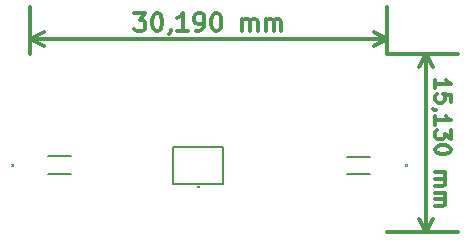
<source format=gbr>
G04 #@! TF.FileFunction,Legend,Top*
%FSLAX46Y46*%
G04 Gerber Fmt 4.6, Leading zero omitted, Abs format (unit mm)*
G04 Created by KiCad (PCBNEW 4.0.2+dfsg1-stable) date Qua 18 Mai 2016 08:03:29 BRT*
%MOMM*%
G01*
G04 APERTURE LIST*
%ADD10C,0.100000*%
%ADD11C,0.300000*%
%ADD12C,0.150000*%
%ADD13C,0.031750*%
G04 APERTURE END LIST*
D10*
D11*
X152119287Y-96568572D02*
X153047858Y-96568572D01*
X152547858Y-97140001D01*
X152762144Y-97140001D01*
X152905001Y-97211430D01*
X152976430Y-97282858D01*
X153047858Y-97425715D01*
X153047858Y-97782858D01*
X152976430Y-97925715D01*
X152905001Y-97997144D01*
X152762144Y-98068572D01*
X152333572Y-98068572D01*
X152190715Y-97997144D01*
X152119287Y-97925715D01*
X153976429Y-96568572D02*
X154119286Y-96568572D01*
X154262143Y-96640001D01*
X154333572Y-96711430D01*
X154405001Y-96854287D01*
X154476429Y-97140001D01*
X154476429Y-97497144D01*
X154405001Y-97782858D01*
X154333572Y-97925715D01*
X154262143Y-97997144D01*
X154119286Y-98068572D01*
X153976429Y-98068572D01*
X153833572Y-97997144D01*
X153762143Y-97925715D01*
X153690715Y-97782858D01*
X153619286Y-97497144D01*
X153619286Y-97140001D01*
X153690715Y-96854287D01*
X153762143Y-96711430D01*
X153833572Y-96640001D01*
X153976429Y-96568572D01*
X155190714Y-97997144D02*
X155190714Y-98068572D01*
X155119286Y-98211430D01*
X155047857Y-98282858D01*
X156619286Y-98068572D02*
X155762143Y-98068572D01*
X156190715Y-98068572D02*
X156190715Y-96568572D01*
X156047858Y-96782858D01*
X155905000Y-96925715D01*
X155762143Y-96997144D01*
X157333571Y-98068572D02*
X157619286Y-98068572D01*
X157762143Y-97997144D01*
X157833571Y-97925715D01*
X157976429Y-97711430D01*
X158047857Y-97425715D01*
X158047857Y-96854287D01*
X157976429Y-96711430D01*
X157905000Y-96640001D01*
X157762143Y-96568572D01*
X157476429Y-96568572D01*
X157333571Y-96640001D01*
X157262143Y-96711430D01*
X157190714Y-96854287D01*
X157190714Y-97211430D01*
X157262143Y-97354287D01*
X157333571Y-97425715D01*
X157476429Y-97497144D01*
X157762143Y-97497144D01*
X157905000Y-97425715D01*
X157976429Y-97354287D01*
X158047857Y-97211430D01*
X158976428Y-96568572D02*
X159119285Y-96568572D01*
X159262142Y-96640001D01*
X159333571Y-96711430D01*
X159405000Y-96854287D01*
X159476428Y-97140001D01*
X159476428Y-97497144D01*
X159405000Y-97782858D01*
X159333571Y-97925715D01*
X159262142Y-97997144D01*
X159119285Y-98068572D01*
X158976428Y-98068572D01*
X158833571Y-97997144D01*
X158762142Y-97925715D01*
X158690714Y-97782858D01*
X158619285Y-97497144D01*
X158619285Y-97140001D01*
X158690714Y-96854287D01*
X158762142Y-96711430D01*
X158833571Y-96640001D01*
X158976428Y-96568572D01*
X161262142Y-98068572D02*
X161262142Y-97068572D01*
X161262142Y-97211430D02*
X161333570Y-97140001D01*
X161476428Y-97068572D01*
X161690713Y-97068572D01*
X161833570Y-97140001D01*
X161904999Y-97282858D01*
X161904999Y-98068572D01*
X161904999Y-97282858D02*
X161976428Y-97140001D01*
X162119285Y-97068572D01*
X162333570Y-97068572D01*
X162476428Y-97140001D01*
X162547856Y-97282858D01*
X162547856Y-98068572D01*
X163262142Y-98068572D02*
X163262142Y-97068572D01*
X163262142Y-97211430D02*
X163333570Y-97140001D01*
X163476428Y-97068572D01*
X163690713Y-97068572D01*
X163833570Y-97140001D01*
X163904999Y-97282858D01*
X163904999Y-98068572D01*
X163904999Y-97282858D02*
X163976428Y-97140001D01*
X164119285Y-97068572D01*
X164333570Y-97068572D01*
X164476428Y-97140001D01*
X164547856Y-97282858D01*
X164547856Y-98068572D01*
X173500000Y-98740001D02*
X143310000Y-98740001D01*
X173500000Y-100000000D02*
X173500000Y-96040001D01*
X143310000Y-100000000D02*
X143310000Y-96040001D01*
X143310000Y-98740001D02*
X144436504Y-98153580D01*
X143310000Y-98740001D02*
X144436504Y-99326422D01*
X173500000Y-98740001D02*
X172373496Y-98153580D01*
X173500000Y-98740001D02*
X172373496Y-99326422D01*
X177581905Y-102922144D02*
X177581905Y-102179287D01*
X177581905Y-102550716D02*
X178881905Y-102550716D01*
X178696190Y-102426906D01*
X178572381Y-102303097D01*
X178510476Y-102179287D01*
X178881905Y-104098334D02*
X178881905Y-103479287D01*
X178262857Y-103417382D01*
X178324762Y-103479287D01*
X178386667Y-103603096D01*
X178386667Y-103912620D01*
X178324762Y-104036430D01*
X178262857Y-104098334D01*
X178139048Y-104160239D01*
X177829524Y-104160239D01*
X177705714Y-104098334D01*
X177643810Y-104036430D01*
X177581905Y-103912620D01*
X177581905Y-103603096D01*
X177643810Y-103479287D01*
X177705714Y-103417382D01*
X177643810Y-104779287D02*
X177581905Y-104779287D01*
X177458095Y-104717382D01*
X177396190Y-104655477D01*
X177581905Y-106017382D02*
X177581905Y-105274525D01*
X177581905Y-105645954D02*
X178881905Y-105645954D01*
X178696190Y-105522144D01*
X178572381Y-105398335D01*
X178510476Y-105274525D01*
X178881905Y-106450715D02*
X178881905Y-107255477D01*
X178386667Y-106822144D01*
X178386667Y-107007858D01*
X178324762Y-107131668D01*
X178262857Y-107193572D01*
X178139048Y-107255477D01*
X177829524Y-107255477D01*
X177705714Y-107193572D01*
X177643810Y-107131668D01*
X177581905Y-107007858D01*
X177581905Y-106636430D01*
X177643810Y-106512620D01*
X177705714Y-106450715D01*
X178881905Y-108060239D02*
X178881905Y-108184048D01*
X178820000Y-108307858D01*
X178758095Y-108369763D01*
X178634286Y-108431667D01*
X178386667Y-108493572D01*
X178077143Y-108493572D01*
X177829524Y-108431667D01*
X177705714Y-108369763D01*
X177643810Y-108307858D01*
X177581905Y-108184048D01*
X177581905Y-108060239D01*
X177643810Y-107936429D01*
X177705714Y-107874525D01*
X177829524Y-107812620D01*
X178077143Y-107750715D01*
X178386667Y-107750715D01*
X178634286Y-107812620D01*
X178758095Y-107874525D01*
X178820000Y-107936429D01*
X178881905Y-108060239D01*
X177581905Y-110041191D02*
X178448571Y-110041191D01*
X178324762Y-110041191D02*
X178386667Y-110103096D01*
X178448571Y-110226905D01*
X178448571Y-110412619D01*
X178386667Y-110536429D01*
X178262857Y-110598334D01*
X177581905Y-110598334D01*
X178262857Y-110598334D02*
X178386667Y-110660238D01*
X178448571Y-110784048D01*
X178448571Y-110969762D01*
X178386667Y-111093572D01*
X178262857Y-111155477D01*
X177581905Y-111155477D01*
X177581905Y-111774524D02*
X178448571Y-111774524D01*
X178324762Y-111774524D02*
X178386667Y-111836429D01*
X178448571Y-111960238D01*
X178448571Y-112145952D01*
X178386667Y-112269762D01*
X178262857Y-112331667D01*
X177581905Y-112331667D01*
X178262857Y-112331667D02*
X178386667Y-112393571D01*
X178448571Y-112517381D01*
X178448571Y-112703095D01*
X178386667Y-112826905D01*
X178262857Y-112888810D01*
X177581905Y-112888810D01*
X176820000Y-100000000D02*
X176820000Y-115130000D01*
X173500000Y-100000000D02*
X179520000Y-100000000D01*
X173500000Y-115130000D02*
X179520000Y-115130000D01*
X176820000Y-115130000D02*
X176233579Y-114003496D01*
X176820000Y-115130000D02*
X177406421Y-114003496D01*
X176820000Y-100000000D02*
X176233579Y-101126504D01*
X176820000Y-100000000D02*
X177406421Y-101126504D01*
D12*
X157840000Y-107890000D02*
X159640000Y-107890000D01*
X159640000Y-107890000D02*
X159640000Y-110990000D01*
X159640000Y-110990000D02*
X155340000Y-110990000D01*
X155340000Y-110990000D02*
X155340000Y-107890000D01*
X155340000Y-107890000D02*
X157840000Y-107890000D01*
X144770000Y-108689500D02*
X146770000Y-108689500D01*
X144770000Y-110170500D02*
X146770000Y-110170500D01*
X172100000Y-110180500D02*
X170100000Y-110180500D01*
X172100000Y-108699500D02*
X170100000Y-108699500D01*
D13*
X157403238Y-111180452D02*
X157403238Y-111283262D01*
X157409286Y-111295357D01*
X157415333Y-111301405D01*
X157427429Y-111307452D01*
X157451619Y-111307452D01*
X157463714Y-111301405D01*
X157469762Y-111295357D01*
X157475810Y-111283262D01*
X157475810Y-111180452D01*
X157602810Y-111307452D02*
X157530238Y-111307452D01*
X157566524Y-111307452D02*
X157566524Y-111180452D01*
X157554429Y-111198595D01*
X157542334Y-111210690D01*
X157530238Y-111216738D01*
X141827452Y-109523738D02*
X141700452Y-109523738D01*
X141700452Y-109475357D01*
X141706500Y-109463262D01*
X141712548Y-109457214D01*
X141724643Y-109451166D01*
X141742786Y-109451166D01*
X141754881Y-109457214D01*
X141760929Y-109463262D01*
X141766976Y-109475357D01*
X141766976Y-109523738D01*
X141827452Y-109330214D02*
X141827452Y-109402786D01*
X141827452Y-109366500D02*
X141700452Y-109366500D01*
X141718595Y-109378595D01*
X141730690Y-109390690D01*
X141736738Y-109402786D01*
X175157452Y-109533738D02*
X175030452Y-109533738D01*
X175030452Y-109485357D01*
X175036500Y-109473262D01*
X175042548Y-109467214D01*
X175054643Y-109461166D01*
X175072786Y-109461166D01*
X175084881Y-109467214D01*
X175090929Y-109473262D01*
X175096976Y-109485357D01*
X175096976Y-109533738D01*
X175042548Y-109412786D02*
X175036500Y-109406738D01*
X175030452Y-109394643D01*
X175030452Y-109364405D01*
X175036500Y-109352309D01*
X175042548Y-109346262D01*
X175054643Y-109340214D01*
X175066738Y-109340214D01*
X175084881Y-109346262D01*
X175157452Y-109418833D01*
X175157452Y-109340214D01*
M02*

</source>
